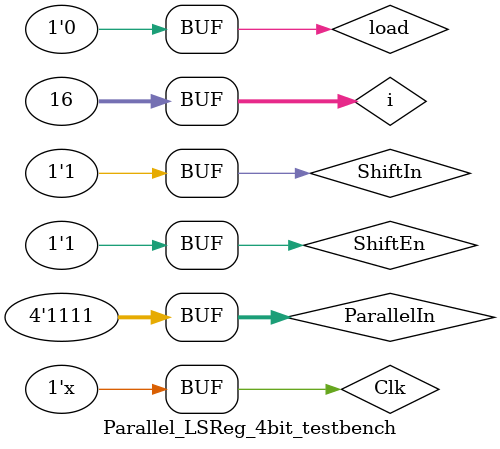
<source format=v>
`timescale 1ns / 1ps


module Parallel_LSReg_4bit_testbench();

    reg Clk;
    reg ShiftIn;
    reg [3:0] ParallelIn;
    reg load;
    reg ShiftEn;
    wire ShiftOut;
    wire [3:0] RegContent;
    
    integer i;
    
    parallel_LSReg_4bit dut(Clk,ShiftIn, ParallelIn,load,ShiftEn,ShiftOut,RegContent);
    
    always #5 Clk = !Clk;
    
    initial begin
        
        Clk = 0;
        ShiftIn = 1;
        ShiftEn = 0;
        #7
        ShiftIn = 0;
        ParallelIn = 0;
        #3
        for(i=0;i<16;i=i+1) begin
            ParallelIn = i;
            load = 1;
            #10 load = 0;
            ShiftEn = 1;
            #50;
        end
        ShiftIn = 1;
    end
    
endmodule

</source>
